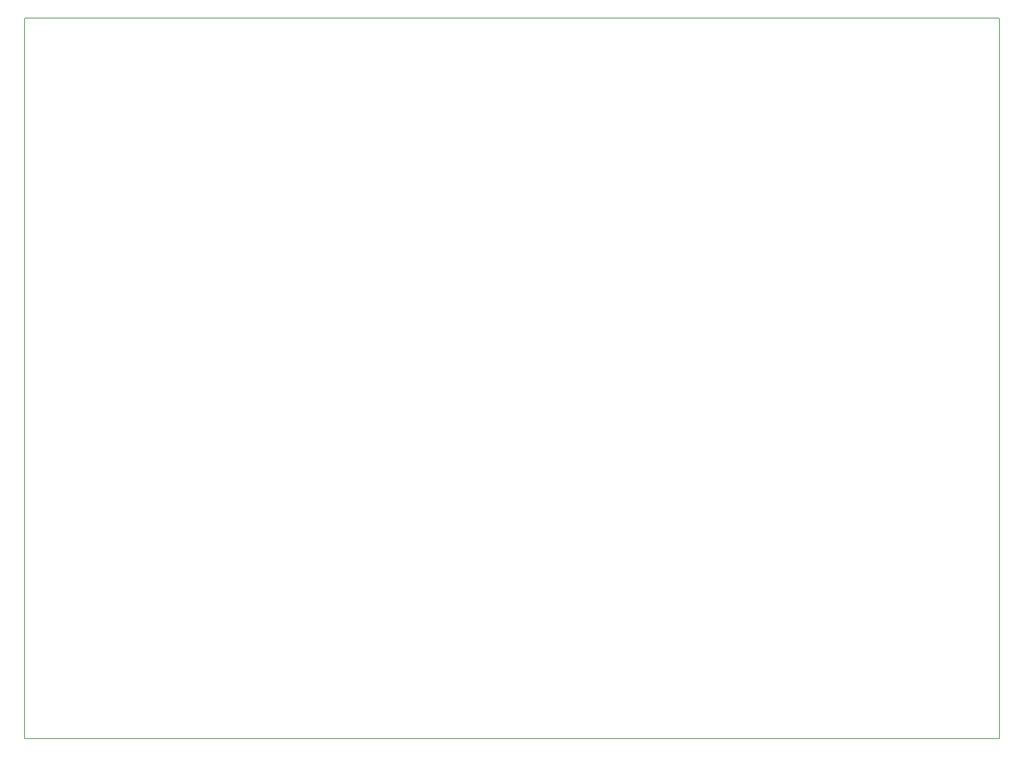
<source format=gko>
G04*
G04 #@! TF.GenerationSoftware,Altium Limited,Altium Designer,22.1.2 (22)*
G04*
G04 Layer_Color=16711935*
%FSLAX44Y44*%
%MOMM*%
G71*
G04*
G04 #@! TF.SameCoordinates,F6B16036-4E59-49F0-9913-00CB94F758B3*
G04*
G04*
G04 #@! TF.FilePolarity,Positive*
G04*
G01*
G75*
%ADD13C,0.1270*%
D13*
X2284095Y1685290D02*
G03*
X2283460Y1685925I-635J0D01*
G01*
X2284095Y1685290D02*
G03*
X2283460Y1685925I-635J0D01*
G01*
Y-3175D02*
G03*
X2284095Y-2540I0J635D01*
G01*
X2283460Y-3175D02*
G03*
X2284095Y-2540I0J635D01*
G01*
X0Y1685925D02*
G03*
X-635Y1685290I0J-635D01*
G01*
X0Y1685925D02*
G03*
X-635Y1685290I0J-635D01*
G01*
Y-2540D02*
G03*
X0Y-3175I635J0D01*
G01*
X-635Y-2540D02*
G03*
X0Y-3175I635J0D01*
G01*
Y1685925D02*
G03*
X-635Y1685290I0J-635D01*
G01*
X0Y1685925D02*
G03*
X-635Y1685290I0J-635D01*
G01*
Y-2540D02*
G03*
X0Y-3175I635J0D01*
G01*
X-635Y-2540D02*
G03*
X0Y-3175I635J0D01*
G01*
X2283460D01*
X2284095Y-2540D02*
Y1685290D01*
X0Y1685925D02*
X2283460D01*
X-635Y-2540D02*
Y1685290D01*
X0Y1685925D02*
X2263140D01*
X0Y-3176D02*
X2263140D01*
X-635Y-2540D02*
Y1685290D01*
M02*

</source>
